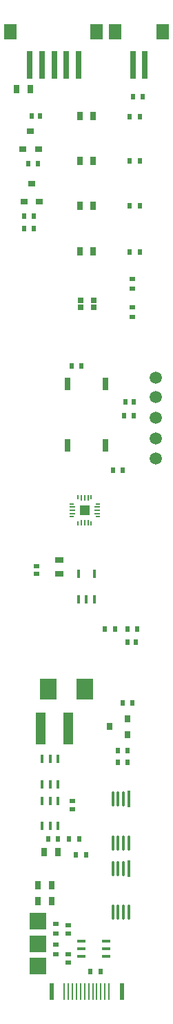
<source format=gtp>
%FSLAX25Y25*%
%MOIN*%
G70*
G01*
G75*
G04 Layer_Color=8421504*
%ADD10C,0.05906*%
%ADD11R,0.07874X0.07874*%
%ADD12R,0.02362X0.02756*%
%ADD13R,0.02756X0.02362*%
%ADD14R,0.03150X0.03937*%
%ADD15R,0.03937X0.03150*%
%ADD16R,0.02559X0.02165*%
%ADD17R,0.02165X0.02559*%
%ADD18R,0.03543X0.03150*%
%ADD19R,0.03543X0.03150*%
%ADD20R,0.01575X0.03937*%
%ADD21O,0.01181X0.07874*%
%ADD22R,0.01181X0.07874*%
%ADD23R,0.03937X0.01575*%
%ADD24R,0.02362X0.07874*%
%ADD25R,0.01063X0.07874*%
%ADD26R,0.05118X0.05118*%
%ADD27R,0.00787X0.02362*%
%ADD28R,0.00787X0.03150*%
%ADD29R,0.02362X0.00787*%
%ADD30R,0.03150X0.00787*%
%ADD31R,0.03150X0.02559*%
%ADD32R,0.05118X0.15748*%
%ADD33R,0.03150X0.03543*%
%ADD34R,0.03150X0.03543*%
%ADD35R,0.06299X0.07480*%
%ADD36R,0.02756X0.13386*%
%ADD37R,0.02756X0.06102*%
%ADD38R,0.07874X0.10000*%
%ADD39C,0.00787*%
%ADD40C,0.02362*%
%ADD41C,0.01000*%
%ADD42C,0.01575*%
%ADD43C,0.01181*%
%ADD44C,0.01969*%
%ADD45C,0.03150*%
%ADD46C,0.00500*%
%ADD47C,0.00591*%
%ADD48C,0.00394*%
%ADD49C,0.00600*%
%ADD50C,0.00197*%
%ADD51C,0.00709*%
%ADD52C,0.01200*%
D10*
X74810Y-204319D02*
D03*
Y-184520D02*
D03*
Y-214052D02*
D03*
Y-175140D02*
D03*
Y-194340D02*
D03*
D11*
X17890Y-459035D02*
D03*
Y-448247D02*
D03*
Y-437460D02*
D03*
D12*
X64320Y-193380D02*
D03*
X59595D02*
D03*
X61268Y-296460D02*
D03*
X65992D02*
D03*
X50358D02*
D03*
X55082D02*
D03*
X63768Y-39450D02*
D03*
X68492D02*
D03*
X54298Y-219680D02*
D03*
X59022D02*
D03*
X38982Y-169340D02*
D03*
X34258D02*
D03*
X62348Y-48890D02*
D03*
X67072D02*
D03*
X62348Y-70460D02*
D03*
X67072D02*
D03*
X62348Y-92070D02*
D03*
X67072D02*
D03*
X62348Y-114340D02*
D03*
X67072D02*
D03*
X48062Y-461730D02*
D03*
X43338D02*
D03*
X56468Y-360710D02*
D03*
X61192D02*
D03*
X22768Y-397720D02*
D03*
X27492D02*
D03*
X56378Y-355020D02*
D03*
X61102D02*
D03*
X33008Y-397730D02*
D03*
X37732D02*
D03*
X41052Y-405500D02*
D03*
X36328D02*
D03*
X58958Y-332130D02*
D03*
X63682D02*
D03*
X15894Y-103000D02*
D03*
X11170D02*
D03*
X13318Y-71650D02*
D03*
X18042D02*
D03*
X15894Y-97050D02*
D03*
X11170D02*
D03*
D13*
X63550Y-145792D02*
D03*
Y-141068D02*
D03*
Y-127488D02*
D03*
Y-132212D02*
D03*
X26600Y-453502D02*
D03*
Y-448778D02*
D03*
Y-443504D02*
D03*
Y-438780D02*
D03*
D14*
X24556Y-427740D02*
D03*
X17864D02*
D03*
X27477Y-403930D02*
D03*
X20784D02*
D03*
X38137Y-113903D02*
D03*
X44436D02*
D03*
X38137Y-92073D02*
D03*
X44436D02*
D03*
X38127Y-70423D02*
D03*
X44426D02*
D03*
X38137Y-48833D02*
D03*
X44436D02*
D03*
X24476Y-420130D02*
D03*
X17784D02*
D03*
X7664Y-35630D02*
D03*
X14356D02*
D03*
D15*
X28150Y-263154D02*
D03*
Y-269847D02*
D03*
D16*
X34440Y-379343D02*
D03*
Y-383280D02*
D03*
X17330Y-265903D02*
D03*
Y-269840D02*
D03*
X32650Y-439533D02*
D03*
Y-443470D02*
D03*
X32450Y-457457D02*
D03*
Y-453520D02*
D03*
D17*
X60283Y-186580D02*
D03*
X64220D02*
D03*
X65197Y-302680D02*
D03*
X61260D02*
D03*
X18947Y-48560D02*
D03*
X15010D02*
D03*
D18*
X14310Y-56150D02*
D03*
X10570Y-64811D02*
D03*
X14910Y-81250D02*
D03*
X11170Y-89911D02*
D03*
D19*
X18050Y-64811D02*
D03*
X18650Y-89911D02*
D03*
D20*
X27520Y-359158D02*
D03*
X20040D02*
D03*
X23780D02*
D03*
Y-371362D02*
D03*
X20040D02*
D03*
X27520D02*
D03*
X20040Y-391542D02*
D03*
X27520D02*
D03*
X23780D02*
D03*
Y-379338D02*
D03*
X27520D02*
D03*
X20040D02*
D03*
X37570Y-269828D02*
D03*
X45050D02*
D03*
X41310Y-282032D02*
D03*
X45050D02*
D03*
X37570D02*
D03*
D21*
X54136Y-399676D02*
D03*
X56695D02*
D03*
X59254D02*
D03*
X61813D02*
D03*
X54136Y-378416D02*
D03*
X56695D02*
D03*
X59254D02*
D03*
X54136Y-433216D02*
D03*
X56695D02*
D03*
X59254D02*
D03*
X61813D02*
D03*
X54136Y-411956D02*
D03*
X56695D02*
D03*
X59254D02*
D03*
D22*
X61813Y-378416D02*
D03*
Y-411956D02*
D03*
D23*
X50922Y-454520D02*
D03*
Y-447040D02*
D03*
Y-450780D02*
D03*
X38718D02*
D03*
Y-447040D02*
D03*
Y-454520D02*
D03*
D24*
X58438Y-471340D02*
D03*
X24422D02*
D03*
D25*
X52257D02*
D03*
X50288D02*
D03*
X48320D02*
D03*
X46351D02*
D03*
X44383D02*
D03*
X40446D02*
D03*
X38477D02*
D03*
X36509D02*
D03*
X34540D02*
D03*
X32572D02*
D03*
X30603D02*
D03*
X42414D02*
D03*
D26*
X40494Y-239053D02*
D03*
D27*
X43644Y-245352D02*
D03*
X37345D02*
D03*
Y-232754D02*
D03*
X43644D02*
D03*
D28*
X42069Y-244959D02*
D03*
X40494D02*
D03*
X38920D02*
D03*
Y-233148D02*
D03*
X40494D02*
D03*
X42069D02*
D03*
D29*
X34195Y-242203D02*
D03*
Y-235904D02*
D03*
X46794D02*
D03*
Y-242203D02*
D03*
D30*
X34589Y-240628D02*
D03*
Y-239053D02*
D03*
Y-237478D02*
D03*
X46400D02*
D03*
Y-239053D02*
D03*
Y-240628D02*
D03*
D31*
X44859Y-137733D02*
D03*
X38560D02*
D03*
X44859Y-141080D02*
D03*
X38560D02*
D03*
D32*
X19259Y-344223D02*
D03*
X32644D02*
D03*
D33*
X52530Y-343550D02*
D03*
X61191Y-347290D02*
D03*
D34*
Y-339810D02*
D03*
D35*
X78067Y-8120D02*
D03*
X55272D02*
D03*
X46183Y-8049D02*
D03*
X4687D02*
D03*
D36*
X69642Y-24098D02*
D03*
X63736D02*
D03*
X13978Y-24027D02*
D03*
X19884D02*
D03*
X25789D02*
D03*
X31695D02*
D03*
X37600D02*
D03*
D37*
X50394Y-177953D02*
D03*
Y-207677D02*
D03*
X32283Y-177953D02*
D03*
Y-207677D02*
D03*
D38*
X40660Y-325270D02*
D03*
X22943D02*
D03*
M02*

</source>
